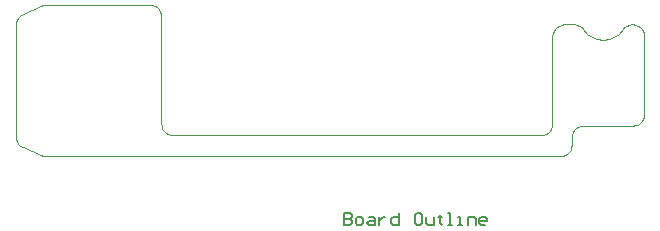
<source format=gbr>
G04 Layer_Color=16711935*
%FSLAX43Y43*%
%MOMM*%
%TF.FileFunction,Other,Mechanical_1*%
%TF.Part,Single*%
G01*
G75*
%TA.AperFunction,NonConductor*%
%ADD11C,0.150*%
%ADD15C,0.010*%
D11*
X26365Y-12361D02*
X26698D01*
X26531D01*
Y-11361D01*
X26365D01*
X27198Y-11695D02*
X27364D01*
Y-12361D01*
X27531D01*
X27198D01*
X28031D02*
Y-11695D01*
X28531D01*
X28697Y-11861D01*
Y-12361D01*
X29197D02*
X29031Y-12194D01*
Y-11861D01*
X29197Y-11695D01*
X29530D01*
X29697Y-11861D01*
Y-12028D01*
X29031D01*
X29197Y-12361D02*
X29530D01*
X25865D02*
X25698Y-12194D01*
Y-11695D01*
X25532D01*
X25865D01*
X25698D01*
Y-11528D01*
X25198Y-11695D02*
Y-12361D01*
X24699D01*
X24532Y-12194D01*
Y-11695D01*
X24199Y-11528D02*
X24032Y-11361D01*
X23699D01*
X23532Y-11528D01*
Y-12194D01*
X23699Y-12361D01*
X24032D01*
X24199Y-12194D01*
Y-11528D01*
X22199Y-11361D02*
Y-12361D01*
X21700D01*
X21533Y-12194D01*
Y-11861D01*
X21700Y-11695D01*
X22199D01*
X21033D02*
X20867D01*
X20700Y-11861D01*
X20533Y-12028D01*
Y-12361D01*
Y-11695D01*
X20034D02*
X20200Y-11861D01*
Y-12361D01*
X19700D01*
X19534Y-12194D01*
X19700Y-12028D01*
X20200D01*
X20034Y-11695D02*
X19700D01*
X19200Y-11861D02*
X19034Y-11695D01*
X18701D01*
X18534Y-11861D01*
Y-12194D01*
X18701Y-12361D01*
X19034D01*
X19200Y-12194D01*
Y-11861D01*
X18034D02*
X17534D01*
X18034D01*
X18201Y-11695D01*
Y-11528D01*
X18034Y-11361D01*
X17534D01*
Y-12361D01*
X18034D01*
X18201Y-12194D01*
Y-12028D01*
X18034Y-11861D01*
D15*
X35850Y-6590D02*
X36070Y-6565D01*
X36280Y-6492D01*
X36467Y-6374D01*
X36624Y-6217D01*
X36742Y-6030D01*
X36815Y-5820D01*
X36840Y-5600D01*
Y-5000D01*
X36865Y-4775D01*
X36940Y-4562D01*
X37060Y-4370D01*
X37220Y-4210D01*
X37412Y-4090D01*
X37625Y-4015D01*
X37850Y-3990D01*
X42000D01*
X42220Y-3965D01*
X42430Y-3892D01*
X42617Y-3774D01*
X42774Y-3617D01*
X42892Y-3430D01*
X42965Y-3220D01*
X42990Y-3000D01*
Y3600D01*
X42965Y3820D01*
X42892Y4030D01*
X42774Y4217D01*
X42617Y4374D01*
X42430Y4492D01*
X42220Y4565D01*
X42000Y4590D01*
X41962D01*
X41725Y4561D01*
X41501Y4476D01*
X41304Y4340D01*
X41146Y4161D01*
X40825Y3797D01*
X40426Y3521D01*
X39972Y3349D01*
X39490Y3290D01*
X39008Y3349D01*
X38554Y3521D01*
X38155Y3797D01*
X37834Y4161D01*
X37676Y4340D01*
X37479Y4476D01*
X37255Y4561D01*
X37018Y4590D01*
X36200D01*
X35980Y4565D01*
X35770Y4492D01*
X35583Y4374D01*
X35426Y4217D01*
X35308Y4030D01*
X35235Y3820D01*
X35210Y3600D01*
Y-3800D01*
X35185Y-4025D01*
X35110Y-4238D01*
X34990Y-4430D01*
X34830Y-4590D01*
X34638Y-4710D01*
X34425Y-4785D01*
X34200Y-4810D01*
X3100D01*
X2875Y-4785D01*
X2662Y-4710D01*
X2470Y-4590D01*
X2310Y-4430D01*
X2190Y-4238D01*
X2115Y-4025D01*
X2090Y-3800D01*
Y5250D01*
X2065Y5470D01*
X1992Y5680D01*
X1874Y5867D01*
X1717Y6024D01*
X1530Y6142D01*
X1320Y6215D01*
X1100Y6240D01*
X-7718D01*
X-7933Y6217D01*
X-8137Y6147D01*
X-9658Y5438D01*
X-9850Y5321D01*
X-10009Y5163D01*
X-10130Y4974D01*
X-10205Y4763D01*
X-10230Y4540D01*
Y-4890D01*
X-10205Y-5113D01*
X-10130Y-5324D01*
X-10009Y-5513D01*
X-9850Y-5671D01*
X-9658Y-5788D01*
X-8137Y-6497D01*
X-7933Y-6567D01*
X-7718Y-6590D01*
X35850Y-6590D01*
%TF.MD5,0eb13870d3483d544638df2ac8559fbf*%
M02*

</source>
